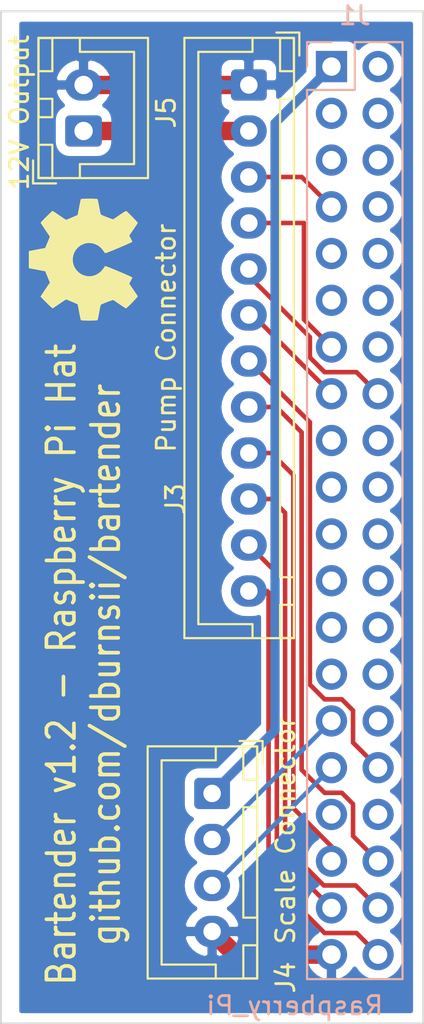
<source format=kicad_pcb>
(kicad_pcb (version 20171130) (host pcbnew 5.1.10)

  (general
    (thickness 1.6)
    (drawings 5)
    (tracks 59)
    (zones 0)
    (modules 5)
    (nets 42)
  )

  (page A4)
  (layers
    (0 F.Cu signal)
    (31 B.Cu signal)
    (32 B.Adhes user)
    (33 F.Adhes user)
    (34 B.Paste user)
    (35 F.Paste user)
    (36 B.SilkS user)
    (37 F.SilkS user)
    (38 B.Mask user)
    (39 F.Mask user)
    (40 Dwgs.User user)
    (41 Cmts.User user)
    (42 Eco1.User user)
    (43 Eco2.User user)
    (44 Edge.Cuts user)
    (45 Margin user)
    (46 B.CrtYd user)
    (47 F.CrtYd user)
    (48 B.Fab user)
    (49 F.Fab user)
  )

  (setup
    (last_trace_width 0.25)
    (user_trace_width 0.5)
    (user_trace_width 0.75)
    (user_trace_width 1)
    (trace_clearance 0.2)
    (zone_clearance 0.508)
    (zone_45_only no)
    (trace_min 0.2)
    (via_size 0.8)
    (via_drill 0.4)
    (via_min_size 0.4)
    (via_min_drill 0.3)
    (user_via 1 0.5)
    (user_via 1.5 0.75)
    (user_via 2 1)
    (uvia_size 0.3)
    (uvia_drill 0.1)
    (uvias_allowed no)
    (uvia_min_size 0.2)
    (uvia_min_drill 0.1)
    (edge_width 0.05)
    (segment_width 0.2)
    (pcb_text_width 0.3)
    (pcb_text_size 1.5 1.5)
    (mod_edge_width 0.12)
    (mod_text_size 1 1)
    (mod_text_width 0.15)
    (pad_size 1.524 1.524)
    (pad_drill 0.762)
    (pad_to_mask_clearance 0)
    (aux_axis_origin 0 0)
    (visible_elements FFFFFF7F)
    (pcbplotparams
      (layerselection 0x010fc_ffffffff)
      (usegerberextensions false)
      (usegerberattributes true)
      (usegerberadvancedattributes true)
      (creategerberjobfile true)
      (excludeedgelayer true)
      (linewidth 0.100000)
      (plotframeref false)
      (viasonmask false)
      (mode 1)
      (useauxorigin false)
      (hpglpennumber 1)
      (hpglpenspeed 20)
      (hpglpendiameter 15.000000)
      (psnegative false)
      (psa4output false)
      (plotreference true)
      (plotvalue true)
      (plotinvisibletext false)
      (padsonsilk false)
      (subtractmaskfromsilk false)
      (outputformat 1)
      (mirror false)
      (drillshape 1)
      (scaleselection 1)
      (outputdirectory ""))
  )

  (net 0 "")
  (net 1 GND)
  (net 2 /3v3)
  (net 3 /Pump7)
  (net 4 /Pump8)
  (net 5 /Pump10)
  (net 6 "Net-(J1-Pad12)")
  (net 7 "Net-(J1-Pad10)")
  (net 8 "Net-(J1-Pad8)")
  (net 9 /Pump9)
  (net 10 "Net-(J1-Pad5)")
  (net 11 "Net-(J1-Pad3)")
  (net 12 /12v)
  (net 13 /Pump6)
  (net 14 /Pump4)
  (net 15 /Pump3)
  (net 16 /Pump2)
  (net 17 /Pump1)
  (net 18 /DT)
  (net 19 "Net-(J1-Pad28)")
  (net 20 "Net-(J1-Pad27)")
  (net 21 /Pump5)
  (net 22 /Scale_SCK)
  (net 23 "Net-(J1-Pad34)")
  (net 24 "Net-(J1-Pad30)")
  (net 25 "Net-(J1-Pad25)")
  (net 26 "Net-(J1-Pad20)")
  (net 27 "Net-(J1-Pad17)")
  (net 28 "Net-(J1-Pad14)")
  (net 29 "Net-(J1-Pad9)")
  (net 30 "Net-(J1-Pad6)")
  (net 31 "Net-(J1-Pad33)")
  (net 32 "Net-(J1-Pad26)")
  (net 33 "Net-(J1-Pad24)")
  (net 34 "Net-(J1-Pad23)")
  (net 35 "Net-(J1-Pad22)")
  (net 36 "Net-(J1-Pad21)")
  (net 37 "Net-(J1-Pad19)")
  (net 38 "Net-(J1-Pad18)")
  (net 39 "Net-(J1-Pad11)")
  (net 40 "Net-(J1-Pad2)")
  (net 41 "Net-(J1-Pad4)")

  (net_class Default "This is the default net class."
    (clearance 0.2)
    (trace_width 0.25)
    (via_dia 0.8)
    (via_drill 0.4)
    (uvia_dia 0.3)
    (uvia_drill 0.1)
    (add_net /12v)
    (add_net /3v3)
    (add_net /DT)
    (add_net /Pump1)
    (add_net /Pump10)
    (add_net /Pump2)
    (add_net /Pump3)
    (add_net /Pump4)
    (add_net /Pump5)
    (add_net /Pump6)
    (add_net /Pump7)
    (add_net /Pump8)
    (add_net /Pump9)
    (add_net /Scale_SCK)
    (add_net GND)
    (add_net "Net-(J1-Pad10)")
    (add_net "Net-(J1-Pad11)")
    (add_net "Net-(J1-Pad12)")
    (add_net "Net-(J1-Pad14)")
    (add_net "Net-(J1-Pad17)")
    (add_net "Net-(J1-Pad18)")
    (add_net "Net-(J1-Pad19)")
    (add_net "Net-(J1-Pad2)")
    (add_net "Net-(J1-Pad20)")
    (add_net "Net-(J1-Pad21)")
    (add_net "Net-(J1-Pad22)")
    (add_net "Net-(J1-Pad23)")
    (add_net "Net-(J1-Pad24)")
    (add_net "Net-(J1-Pad25)")
    (add_net "Net-(J1-Pad26)")
    (add_net "Net-(J1-Pad27)")
    (add_net "Net-(J1-Pad28)")
    (add_net "Net-(J1-Pad3)")
    (add_net "Net-(J1-Pad30)")
    (add_net "Net-(J1-Pad33)")
    (add_net "Net-(J1-Pad34)")
    (add_net "Net-(J1-Pad4)")
    (add_net "Net-(J1-Pad5)")
    (add_net "Net-(J1-Pad6)")
    (add_net "Net-(J1-Pad8)")
    (add_net "Net-(J1-Pad9)")
  )

  (module Connector_PinSocket_2.54mm:PinSocket_2x20_P2.54mm_Vertical (layer B.Cu) (tedit 5A19A433) (tstamp 60B8736A)
    (at 90 73 180)
    (descr "Through hole straight socket strip, 2x20, 2.54mm pitch, double cols (from Kicad 4.0.7), script generated")
    (tags "Through hole socket strip THT 2x20 2.54mm double row")
    (path /60B0BE25)
    (fp_text reference J1 (at -1.27 2.77) (layer B.SilkS)
      (effects (font (size 1 1) (thickness 0.15)) (justify mirror))
    )
    (fp_text value Raspberry_Pi (at 2 -51.03) (layer B.SilkS)
      (effects (font (size 1 1) (thickness 0.15)) (justify mirror))
    )
    (fp_text user %R (at -1.27 -24.13 270) (layer B.Fab)
      (effects (font (size 1 1) (thickness 0.15)) (justify mirror))
    )
    (fp_line (start -3.81 1.27) (end 0.27 1.27) (layer B.Fab) (width 0.1))
    (fp_line (start 0.27 1.27) (end 1.27 0.27) (layer B.Fab) (width 0.1))
    (fp_line (start 1.27 0.27) (end 1.27 -49.53) (layer B.Fab) (width 0.1))
    (fp_line (start 1.27 -49.53) (end -3.81 -49.53) (layer B.Fab) (width 0.1))
    (fp_line (start -3.81 -49.53) (end -3.81 1.27) (layer B.Fab) (width 0.1))
    (fp_line (start -3.87 1.33) (end -1.27 1.33) (layer B.SilkS) (width 0.12))
    (fp_line (start -3.87 1.33) (end -3.87 -49.59) (layer B.SilkS) (width 0.12))
    (fp_line (start -3.87 -49.59) (end 1.33 -49.59) (layer B.SilkS) (width 0.12))
    (fp_line (start 1.33 -1.27) (end 1.33 -49.59) (layer B.SilkS) (width 0.12))
    (fp_line (start -1.27 -1.27) (end 1.33 -1.27) (layer B.SilkS) (width 0.12))
    (fp_line (start -1.27 1.33) (end -1.27 -1.27) (layer B.SilkS) (width 0.12))
    (fp_line (start 1.33 1.33) (end 1.33 0) (layer B.SilkS) (width 0.12))
    (fp_line (start 0 1.33) (end 1.33 1.33) (layer B.SilkS) (width 0.12))
    (fp_line (start -4.34 1.8) (end 1.76 1.8) (layer B.CrtYd) (width 0.05))
    (fp_line (start 1.76 1.8) (end 1.76 -50) (layer B.CrtYd) (width 0.05))
    (fp_line (start 1.76 -50) (end -4.34 -50) (layer B.CrtYd) (width 0.05))
    (fp_line (start -4.34 -50) (end -4.34 1.8) (layer B.CrtYd) (width 0.05))
    (pad 40 thru_hole oval (at -2.54 -48.26 180) (size 1.7 1.7) (drill 1) (layers *.Cu *.Mask)
      (net 17 /Pump1))
    (pad 39 thru_hole oval (at 0 -48.26 180) (size 1.7 1.7) (drill 1) (layers *.Cu *.Mask)
      (net 1 GND))
    (pad 38 thru_hole oval (at -2.54 -45.72 180) (size 1.7 1.7) (drill 1) (layers *.Cu *.Mask)
      (net 15 /Pump3))
    (pad 37 thru_hole oval (at 0 -45.72 180) (size 1.7 1.7) (drill 1) (layers *.Cu *.Mask)
      (net 16 /Pump2))
    (pad 36 thru_hole oval (at -2.54 -43.18 180) (size 1.7 1.7) (drill 1) (layers *.Cu *.Mask)
      (net 21 /Pump5))
    (pad 35 thru_hole oval (at 0 -43.18 180) (size 1.7 1.7) (drill 1) (layers *.Cu *.Mask)
      (net 14 /Pump4))
    (pad 34 thru_hole oval (at -2.54 -40.64 180) (size 1.7 1.7) (drill 1) (layers *.Cu *.Mask)
      (net 23 "Net-(J1-Pad34)"))
    (pad 33 thru_hole oval (at 0 -40.64 180) (size 1.7 1.7) (drill 1) (layers *.Cu *.Mask)
      (net 31 "Net-(J1-Pad33)"))
    (pad 32 thru_hole oval (at -2.54 -38.1 180) (size 1.7 1.7) (drill 1) (layers *.Cu *.Mask)
      (net 13 /Pump6))
    (pad 31 thru_hole oval (at 0 -38.1 180) (size 1.7 1.7) (drill 1) (layers *.Cu *.Mask)
      (net 22 /Scale_SCK))
    (pad 30 thru_hole oval (at -2.54 -35.56 180) (size 1.7 1.7) (drill 1) (layers *.Cu *.Mask)
      (net 24 "Net-(J1-Pad30)"))
    (pad 29 thru_hole oval (at 0 -35.56 180) (size 1.7 1.7) (drill 1) (layers *.Cu *.Mask)
      (net 18 /DT))
    (pad 28 thru_hole oval (at -2.54 -33.02 180) (size 1.7 1.7) (drill 1) (layers *.Cu *.Mask)
      (net 19 "Net-(J1-Pad28)"))
    (pad 27 thru_hole oval (at 0 -33.02 180) (size 1.7 1.7) (drill 1) (layers *.Cu *.Mask)
      (net 20 "Net-(J1-Pad27)"))
    (pad 26 thru_hole oval (at -2.54 -30.48 180) (size 1.7 1.7) (drill 1) (layers *.Cu *.Mask)
      (net 32 "Net-(J1-Pad26)"))
    (pad 25 thru_hole oval (at 0 -30.48 180) (size 1.7 1.7) (drill 1) (layers *.Cu *.Mask)
      (net 25 "Net-(J1-Pad25)"))
    (pad 24 thru_hole oval (at -2.54 -27.94 180) (size 1.7 1.7) (drill 1) (layers *.Cu *.Mask)
      (net 33 "Net-(J1-Pad24)"))
    (pad 23 thru_hole oval (at 0 -27.94 180) (size 1.7 1.7) (drill 1) (layers *.Cu *.Mask)
      (net 34 "Net-(J1-Pad23)"))
    (pad 22 thru_hole oval (at -2.54 -25.4 180) (size 1.7 1.7) (drill 1) (layers *.Cu *.Mask)
      (net 35 "Net-(J1-Pad22)"))
    (pad 21 thru_hole oval (at 0 -25.4 180) (size 1.7 1.7) (drill 1) (layers *.Cu *.Mask)
      (net 36 "Net-(J1-Pad21)"))
    (pad 20 thru_hole oval (at -2.54 -22.86 180) (size 1.7 1.7) (drill 1) (layers *.Cu *.Mask)
      (net 26 "Net-(J1-Pad20)"))
    (pad 19 thru_hole oval (at 0 -22.86 180) (size 1.7 1.7) (drill 1) (layers *.Cu *.Mask)
      (net 37 "Net-(J1-Pad19)"))
    (pad 18 thru_hole oval (at -2.54 -20.32 180) (size 1.7 1.7) (drill 1) (layers *.Cu *.Mask)
      (net 38 "Net-(J1-Pad18)"))
    (pad 17 thru_hole oval (at 0 -20.32 180) (size 1.7 1.7) (drill 1) (layers *.Cu *.Mask)
      (net 27 "Net-(J1-Pad17)"))
    (pad 16 thru_hole oval (at -2.54 -17.78 180) (size 1.7 1.7) (drill 1) (layers *.Cu *.Mask)
      (net 4 /Pump8))
    (pad 15 thru_hole oval (at 0 -17.78 180) (size 1.7 1.7) (drill 1) (layers *.Cu *.Mask)
      (net 3 /Pump7))
    (pad 14 thru_hole oval (at -2.54 -15.24 180) (size 1.7 1.7) (drill 1) (layers *.Cu *.Mask)
      (net 28 "Net-(J1-Pad14)"))
    (pad 13 thru_hole oval (at 0 -15.24 180) (size 1.7 1.7) (drill 1) (layers *.Cu *.Mask)
      (net 9 /Pump9))
    (pad 12 thru_hole oval (at -2.54 -12.7 180) (size 1.7 1.7) (drill 1) (layers *.Cu *.Mask)
      (net 6 "Net-(J1-Pad12)"))
    (pad 11 thru_hole oval (at 0 -12.7 180) (size 1.7 1.7) (drill 1) (layers *.Cu *.Mask)
      (net 39 "Net-(J1-Pad11)"))
    (pad 10 thru_hole oval (at -2.54 -10.16 180) (size 1.7 1.7) (drill 1) (layers *.Cu *.Mask)
      (net 7 "Net-(J1-Pad10)"))
    (pad 9 thru_hole oval (at 0 -10.16 180) (size 1.7 1.7) (drill 1) (layers *.Cu *.Mask)
      (net 29 "Net-(J1-Pad9)"))
    (pad 8 thru_hole oval (at -2.54 -7.62 180) (size 1.7 1.7) (drill 1) (layers *.Cu *.Mask)
      (net 8 "Net-(J1-Pad8)"))
    (pad 7 thru_hole oval (at 0 -7.62 180) (size 1.7 1.7) (drill 1) (layers *.Cu *.Mask)
      (net 5 /Pump10))
    (pad 6 thru_hole oval (at -2.54 -5.08 180) (size 1.7 1.7) (drill 1) (layers *.Cu *.Mask)
      (net 30 "Net-(J1-Pad6)"))
    (pad 5 thru_hole oval (at 0 -5.08 180) (size 1.7 1.7) (drill 1) (layers *.Cu *.Mask)
      (net 10 "Net-(J1-Pad5)"))
    (pad 4 thru_hole oval (at -2.54 -2.54 180) (size 1.7 1.7) (drill 1) (layers *.Cu *.Mask)
      (net 41 "Net-(J1-Pad4)"))
    (pad 3 thru_hole oval (at 0 -2.54 180) (size 1.7 1.7) (drill 1) (layers *.Cu *.Mask)
      (net 11 "Net-(J1-Pad3)"))
    (pad 2 thru_hole oval (at -2.54 0 180) (size 1.7 1.7) (drill 1) (layers *.Cu *.Mask)
      (net 40 "Net-(J1-Pad2)"))
    (pad 1 thru_hole rect (at 0 0 180) (size 1.7 1.7) (drill 1) (layers *.Cu *.Mask)
      (net 2 /3v3))
    (model ${KISYS3DMOD}/Connector_PinSocket_2.54mm.3dshapes/PinSocket_2x20_P2.54mm_Vertical.wrl
      (at (xyz 0 0 0))
      (scale (xyz 1 1 1))
      (rotate (xyz 0 0 0))
    )
  )

  (module Symbol:OSHW-Symbol_6.7x6mm_SilkScreen (layer F.Cu) (tedit 0) (tstamp 60EE95AF)
    (at 76.5 83.5 90)
    (descr "Open Source Hardware Symbol")
    (tags "Logo Symbol OSHW")
    (attr virtual)
    (fp_text reference REF** (at 0 0 90) (layer F.SilkS) hide
      (effects (font (size 1 1) (thickness 0.15)))
    )
    (fp_text value OSHW-Symbol_6.7x6mm_SilkScreen (at 0.75 0 90) (layer F.Fab) hide
      (effects (font (size 1 1) (thickness 0.15)))
    )
    (fp_poly (pts (xy 0.555814 -2.531069) (xy 0.639635 -2.086445) (xy 0.94892 -1.958947) (xy 1.258206 -1.831449)
      (xy 1.629246 -2.083754) (xy 1.733157 -2.154004) (xy 1.827087 -2.216728) (xy 1.906652 -2.269062)
      (xy 1.96747 -2.308143) (xy 2.005157 -2.331107) (xy 2.015421 -2.336058) (xy 2.03391 -2.323324)
      (xy 2.07342 -2.288118) (xy 2.129522 -2.234938) (xy 2.197787 -2.168282) (xy 2.273786 -2.092646)
      (xy 2.353092 -2.012528) (xy 2.431275 -1.932426) (xy 2.503907 -1.856836) (xy 2.566559 -1.790255)
      (xy 2.614803 -1.737182) (xy 2.64421 -1.702113) (xy 2.651241 -1.690377) (xy 2.641123 -1.66874)
      (xy 2.612759 -1.621338) (xy 2.569129 -1.552807) (xy 2.513218 -1.467785) (xy 2.448006 -1.370907)
      (xy 2.410219 -1.31565) (xy 2.341343 -1.214752) (xy 2.28014 -1.123701) (xy 2.229578 -1.04703)
      (xy 2.192628 -0.989272) (xy 2.172258 -0.954957) (xy 2.169197 -0.947746) (xy 2.176136 -0.927252)
      (xy 2.195051 -0.879487) (xy 2.223087 -0.811168) (xy 2.257391 -0.729011) (xy 2.295109 -0.63973)
      (xy 2.333387 -0.550042) (xy 2.36937 -0.466662) (xy 2.400206 -0.396306) (xy 2.423039 -0.34569)
      (xy 2.435017 -0.321529) (xy 2.435724 -0.320578) (xy 2.454531 -0.315964) (xy 2.504618 -0.305672)
      (xy 2.580793 -0.290713) (xy 2.677865 -0.272099) (xy 2.790643 -0.250841) (xy 2.856442 -0.238582)
      (xy 2.97695 -0.215638) (xy 3.085797 -0.193805) (xy 3.177476 -0.174278) (xy 3.246481 -0.158252)
      (xy 3.287304 -0.146921) (xy 3.295511 -0.143326) (xy 3.303548 -0.118994) (xy 3.310033 -0.064041)
      (xy 3.31497 0.015108) (xy 3.318364 0.112026) (xy 3.320218 0.220287) (xy 3.320538 0.333465)
      (xy 3.319327 0.445135) (xy 3.31659 0.548868) (xy 3.312331 0.638241) (xy 3.306555 0.706826)
      (xy 3.299267 0.748197) (xy 3.294895 0.75681) (xy 3.268764 0.767133) (xy 3.213393 0.781892)
      (xy 3.136107 0.799352) (xy 3.04423 0.81778) (xy 3.012158 0.823741) (xy 2.857524 0.852066)
      (xy 2.735375 0.874876) (xy 2.641673 0.89308) (xy 2.572384 0.907583) (xy 2.523471 0.919292)
      (xy 2.490897 0.929115) (xy 2.470628 0.937956) (xy 2.458626 0.946724) (xy 2.456947 0.948457)
      (xy 2.440184 0.976371) (xy 2.414614 1.030695) (xy 2.382788 1.104777) (xy 2.34726 1.191965)
      (xy 2.310583 1.285608) (xy 2.275311 1.379052) (xy 2.243996 1.465647) (xy 2.219193 1.53874)
      (xy 2.203454 1.591678) (xy 2.199332 1.617811) (xy 2.199676 1.618726) (xy 2.213641 1.640086)
      (xy 2.245322 1.687084) (xy 2.291391 1.754827) (xy 2.348518 1.838423) (xy 2.413373 1.932982)
      (xy 2.431843 1.959854) (xy 2.497699 2.057275) (xy 2.55565 2.146163) (xy 2.602538 2.221412)
      (xy 2.635207 2.27792) (xy 2.6505 2.310581) (xy 2.651241 2.314593) (xy 2.638392 2.335684)
      (xy 2.602888 2.377464) (xy 2.549293 2.435445) (xy 2.482171 2.505135) (xy 2.406087 2.582045)
      (xy 2.325604 2.661683) (xy 2.245287 2.739561) (xy 2.169699 2.811186) (xy 2.103405 2.87207)
      (xy 2.050969 2.917721) (xy 2.016955 2.94365) (xy 2.007545 2.947883) (xy 1.985643 2.937912)
      (xy 1.9408 2.91102) (xy 1.880321 2.871736) (xy 1.833789 2.840117) (xy 1.749475 2.782098)
      (xy 1.649626 2.713784) (xy 1.549473 2.645579) (xy 1.495627 2.609075) (xy 1.313371 2.4858)
      (xy 1.160381 2.56852) (xy 1.090682 2.604759) (xy 1.031414 2.632926) (xy 0.991311 2.648991)
      (xy 0.981103 2.651226) (xy 0.968829 2.634722) (xy 0.944613 2.588082) (xy 0.910263 2.515609)
      (xy 0.867588 2.421606) (xy 0.818394 2.310374) (xy 0.76449 2.186215) (xy 0.707684 2.053432)
      (xy 0.649782 1.916327) (xy 0.592593 1.779202) (xy 0.537924 1.646358) (xy 0.487584 1.522098)
      (xy 0.44338 1.410725) (xy 0.407119 1.316539) (xy 0.380609 1.243844) (xy 0.365658 1.196941)
      (xy 0.363254 1.180833) (xy 0.382311 1.160286) (xy 0.424036 1.126933) (xy 0.479706 1.087702)
      (xy 0.484378 1.084599) (xy 0.628264 0.969423) (xy 0.744283 0.835053) (xy 0.83143 0.685784)
      (xy 0.888699 0.525913) (xy 0.915086 0.359737) (xy 0.909585 0.191552) (xy 0.87119 0.025655)
      (xy 0.798895 -0.133658) (xy 0.777626 -0.168513) (xy 0.666996 -0.309263) (xy 0.536302 -0.422286)
      (xy 0.390064 -0.506997) (xy 0.232808 -0.562806) (xy 0.069057 -0.589126) (xy -0.096667 -0.58537)
      (xy -0.259838 -0.55095) (xy -0.415935 -0.485277) (xy -0.560433 -0.387765) (xy -0.605131 -0.348187)
      (xy -0.718888 -0.224297) (xy -0.801782 -0.093876) (xy -0.858644 0.052315) (xy -0.890313 0.197088)
      (xy -0.898131 0.35986) (xy -0.872062 0.52344) (xy -0.814755 0.682298) (xy -0.728856 0.830906)
      (xy -0.617014 0.963735) (xy -0.481877 1.075256) (xy -0.464117 1.087011) (xy -0.40785 1.125508)
      (xy -0.365077 1.158863) (xy -0.344628 1.18016) (xy -0.344331 1.180833) (xy -0.348721 1.203871)
      (xy -0.366124 1.256157) (xy -0.394732 1.33339) (xy -0.432735 1.431268) (xy -0.478326 1.545491)
      (xy -0.529697 1.671758) (xy -0.585038 1.805767) (xy -0.642542 1.943218) (xy -0.700399 2.079808)
      (xy -0.756802 2.211237) (xy -0.809942 2.333205) (xy -0.85801 2.441409) (xy -0.899199 2.531549)
      (xy -0.931699 2.599323) (xy -0.953703 2.64043) (xy -0.962564 2.651226) (xy -0.98964 2.642819)
      (xy -1.040303 2.620272) (xy -1.105817 2.587613) (xy -1.141841 2.56852) (xy -1.294832 2.4858)
      (xy -1.477088 2.609075) (xy -1.570125 2.672228) (xy -1.671985 2.741727) (xy -1.767438 2.807165)
      (xy -1.81525 2.840117) (xy -1.882495 2.885273) (xy -1.939436 2.921057) (xy -1.978646 2.942938)
      (xy -1.991381 2.947563) (xy -2.009917 2.935085) (xy -2.050941 2.900252) (xy -2.110475 2.846678)
      (xy -2.184542 2.777983) (xy -2.269165 2.697781) (xy -2.322685 2.646286) (xy -2.416319 2.554286)
      (xy -2.497241 2.471999) (xy -2.562177 2.402945) (xy -2.607858 2.350644) (xy -2.631011 2.318616)
      (xy -2.633232 2.312116) (xy -2.622924 2.287394) (xy -2.594439 2.237405) (xy -2.550937 2.167212)
      (xy -2.495577 2.081875) (xy -2.43152 1.986456) (xy -2.413303 1.959854) (xy -2.346927 1.863167)
      (xy -2.287378 1.776117) (xy -2.237984 1.703595) (xy -2.202075 1.650493) (xy -2.182981 1.621703)
      (xy -2.181136 1.618726) (xy -2.183895 1.595782) (xy -2.198538 1.545336) (xy -2.222513 1.474041)
      (xy -2.253266 1.388547) (xy -2.288244 1.295507) (xy -2.324893 1.201574) (xy -2.360661 1.113399)
      (xy -2.392994 1.037634) (xy -2.419338 0.980931) (xy -2.437142 0.949943) (xy -2.438407 0.948457)
      (xy -2.449294 0.939601) (xy -2.467682 0.930843) (xy -2.497606 0.921277) (xy -2.543103 0.909996)
      (xy -2.608209 0.896093) (xy -2.696961 0.878663) (xy -2.813393 0.856798) (xy -2.961542 0.829591)
      (xy -2.993618 0.823741) (xy -3.088686 0.805374) (xy -3.171565 0.787405) (xy -3.23493 0.771569)
      (xy -3.271458 0.7596) (xy -3.276356 0.75681) (xy -3.284427 0.732072) (xy -3.290987 0.67679)
      (xy -3.296033 0.597389) (xy -3.299559 0.500296) (xy -3.301561 0.391938) (xy -3.302036 0.27874)
      (xy -3.300977 0.167128) (xy -3.298382 0.063529) (xy -3.294246 -0.025632) (xy -3.288563 -0.093928)
      (xy -3.281331 -0.134934) (xy -3.276971 -0.143326) (xy -3.252698 -0.151792) (xy -3.197426 -0.165565)
      (xy -3.116662 -0.18345) (xy -3.015912 -0.204252) (xy -2.900683 -0.226777) (xy -2.837902 -0.238582)
      (xy -2.718787 -0.260849) (xy -2.612565 -0.281021) (xy -2.524427 -0.298085) (xy -2.459566 -0.311031)
      (xy -2.423174 -0.318845) (xy -2.417184 -0.320578) (xy -2.407061 -0.34011) (xy -2.385662 -0.387157)
      (xy -2.355839 -0.454997) (xy -2.320445 -0.536909) (xy -2.282332 -0.626172) (xy -2.244353 -0.716065)
      (xy -2.20936 -0.799865) (xy -2.180206 -0.870853) (xy -2.159743 -0.922306) (xy -2.150823 -0.947503)
      (xy -2.150657 -0.948604) (xy -2.160769 -0.968481) (xy -2.189117 -1.014223) (xy -2.232723 -1.081283)
      (xy -2.288606 -1.165116) (xy -2.353787 -1.261174) (xy -2.391679 -1.31635) (xy -2.460725 -1.417519)
      (xy -2.52205 -1.50937) (xy -2.572663 -1.587256) (xy -2.609571 -1.646531) (xy -2.629782 -1.682549)
      (xy -2.632701 -1.690623) (xy -2.620153 -1.709416) (xy -2.585463 -1.749543) (xy -2.533063 -1.806507)
      (xy -2.467384 -1.875815) (xy -2.392856 -1.952969) (xy -2.313913 -2.033475) (xy -2.234983 -2.112837)
      (xy -2.1605 -2.18656) (xy -2.094894 -2.250148) (xy -2.042596 -2.299106) (xy -2.008039 -2.328939)
      (xy -1.996478 -2.336058) (xy -1.977654 -2.326047) (xy -1.932631 -2.297922) (xy -1.865787 -2.254546)
      (xy -1.781499 -2.198782) (xy -1.684144 -2.133494) (xy -1.610707 -2.083754) (xy -1.239667 -1.831449)
      (xy -0.621095 -2.086445) (xy -0.537275 -2.531069) (xy -0.453454 -2.975693) (xy 0.471994 -2.975693)
      (xy 0.555814 -2.531069)) (layer F.SilkS) (width 0.01))
  )

  (module Connector_JST:JST_XH_B2B-XH-A_1x02_P2.50mm_Vertical (layer F.Cu) (tedit 5C28146C) (tstamp 60B88201)
    (at 76.5 76.5 90)
    (descr "JST XH series connector, B2B-XH-A (http://www.jst-mfg.com/product/pdf/eng/eXH.pdf), generated with kicad-footprint-generator")
    (tags "connector JST XH vertical")
    (path /60C169B2)
    (fp_text reference J5 (at 1 4.5 90) (layer F.SilkS)
      (effects (font (size 1 1) (thickness 0.15)))
    )
    (fp_text value "12V Output" (at 1 -3.5 90) (layer F.SilkS)
      (effects (font (size 1 1) (thickness 0.15)))
    )
    (fp_line (start -2.85 -2.75) (end -2.85 -1.5) (layer F.SilkS) (width 0.12))
    (fp_line (start -1.6 -2.75) (end -2.85 -2.75) (layer F.SilkS) (width 0.12))
    (fp_line (start 4.3 2.75) (end 1.25 2.75) (layer F.SilkS) (width 0.12))
    (fp_line (start 4.3 -0.2) (end 4.3 2.75) (layer F.SilkS) (width 0.12))
    (fp_line (start 5.05 -0.2) (end 4.3 -0.2) (layer F.SilkS) (width 0.12))
    (fp_line (start -1.8 2.75) (end 1.25 2.75) (layer F.SilkS) (width 0.12))
    (fp_line (start -1.8 -0.2) (end -1.8 2.75) (layer F.SilkS) (width 0.12))
    (fp_line (start -2.55 -0.2) (end -1.8 -0.2) (layer F.SilkS) (width 0.12))
    (fp_line (start 5.05 -2.45) (end 3.25 -2.45) (layer F.SilkS) (width 0.12))
    (fp_line (start 5.05 -1.7) (end 5.05 -2.45) (layer F.SilkS) (width 0.12))
    (fp_line (start 3.25 -1.7) (end 5.05 -1.7) (layer F.SilkS) (width 0.12))
    (fp_line (start 3.25 -2.45) (end 3.25 -1.7) (layer F.SilkS) (width 0.12))
    (fp_line (start -0.75 -2.45) (end -2.55 -2.45) (layer F.SilkS) (width 0.12))
    (fp_line (start -0.75 -1.7) (end -0.75 -2.45) (layer F.SilkS) (width 0.12))
    (fp_line (start -2.55 -1.7) (end -0.75 -1.7) (layer F.SilkS) (width 0.12))
    (fp_line (start -2.55 -2.45) (end -2.55 -1.7) (layer F.SilkS) (width 0.12))
    (fp_line (start 1.75 -2.45) (end 0.75 -2.45) (layer F.SilkS) (width 0.12))
    (fp_line (start 1.75 -1.7) (end 1.75 -2.45) (layer F.SilkS) (width 0.12))
    (fp_line (start 0.75 -1.7) (end 1.75 -1.7) (layer F.SilkS) (width 0.12))
    (fp_line (start 0.75 -2.45) (end 0.75 -1.7) (layer F.SilkS) (width 0.12))
    (fp_line (start 0 -1.35) (end 0.625 -2.35) (layer F.Fab) (width 0.1))
    (fp_line (start -0.625 -2.35) (end 0 -1.35) (layer F.Fab) (width 0.1))
    (fp_line (start 5.45 -2.85) (end -2.95 -2.85) (layer F.CrtYd) (width 0.05))
    (fp_line (start 5.45 3.9) (end 5.45 -2.85) (layer F.CrtYd) (width 0.05))
    (fp_line (start -2.95 3.9) (end 5.45 3.9) (layer F.CrtYd) (width 0.05))
    (fp_line (start -2.95 -2.85) (end -2.95 3.9) (layer F.CrtYd) (width 0.05))
    (fp_line (start 5.06 -2.46) (end -2.56 -2.46) (layer F.SilkS) (width 0.12))
    (fp_line (start 5.06 3.51) (end 5.06 -2.46) (layer F.SilkS) (width 0.12))
    (fp_line (start -2.56 3.51) (end 5.06 3.51) (layer F.SilkS) (width 0.12))
    (fp_line (start -2.56 -2.46) (end -2.56 3.51) (layer F.SilkS) (width 0.12))
    (fp_line (start 4.95 -2.35) (end -2.45 -2.35) (layer F.Fab) (width 0.1))
    (fp_line (start 4.95 3.4) (end 4.95 -2.35) (layer F.Fab) (width 0.1))
    (fp_line (start -2.45 3.4) (end 4.95 3.4) (layer F.Fab) (width 0.1))
    (fp_line (start -2.45 -2.35) (end -2.45 3.4) (layer F.Fab) (width 0.1))
    (fp_text user %R (at 1.25 2.7 90) (layer F.Fab)
      (effects (font (size 1 1) (thickness 0.15)))
    )
    (pad 2 thru_hole oval (at 2.5 0 90) (size 1.7 2) (drill 1) (layers *.Cu *.Mask)
      (net 1 GND))
    (pad 1 thru_hole roundrect (at 0 0 90) (size 1.7 2) (drill 1) (layers *.Cu *.Mask) (roundrect_rratio 0.147059)
      (net 12 /12v))
    (model ${KISYS3DMOD}/Connector_JST.3dshapes/JST_XH_B2B-XH-A_1x02_P2.50mm_Vertical.wrl
      (at (xyz 0 0 0))
      (scale (xyz 1 1 1))
      (rotate (xyz 0 0 0))
    )
  )

  (module Connector_JST:JST_XH_B4B-XH-A_1x04_P2.50mm_Vertical (layer F.Cu) (tedit 5C28146C) (tstamp 60B873FB)
    (at 83.5 112.5 270)
    (descr "JST XH series connector, B4B-XH-A (http://www.jst-mfg.com/product/pdf/eng/eXH.pdf), generated with kicad-footprint-generator")
    (tags "connector JST XH vertical")
    (path /60B185D5)
    (fp_text reference J4 (at 10 -4 90) (layer F.SilkS)
      (effects (font (size 1 1) (thickness 0.15)))
    )
    (fp_text value "Scale Connector" (at 2 -4 90) (layer F.SilkS)
      (effects (font (size 1 1) (thickness 0.15)))
    )
    (fp_line (start -2.85 -2.75) (end -2.85 -1.5) (layer F.SilkS) (width 0.12))
    (fp_line (start -1.6 -2.75) (end -2.85 -2.75) (layer F.SilkS) (width 0.12))
    (fp_line (start 9.3 2.75) (end 3.75 2.75) (layer F.SilkS) (width 0.12))
    (fp_line (start 9.3 -0.2) (end 9.3 2.75) (layer F.SilkS) (width 0.12))
    (fp_line (start 10.05 -0.2) (end 9.3 -0.2) (layer F.SilkS) (width 0.12))
    (fp_line (start -1.8 2.75) (end 3.75 2.75) (layer F.SilkS) (width 0.12))
    (fp_line (start -1.8 -0.2) (end -1.8 2.75) (layer F.SilkS) (width 0.12))
    (fp_line (start -2.55 -0.2) (end -1.8 -0.2) (layer F.SilkS) (width 0.12))
    (fp_line (start 10.05 -2.45) (end 8.25 -2.45) (layer F.SilkS) (width 0.12))
    (fp_line (start 10.05 -1.7) (end 10.05 -2.45) (layer F.SilkS) (width 0.12))
    (fp_line (start 8.25 -1.7) (end 10.05 -1.7) (layer F.SilkS) (width 0.12))
    (fp_line (start 8.25 -2.45) (end 8.25 -1.7) (layer F.SilkS) (width 0.12))
    (fp_line (start -0.75 -2.45) (end -2.55 -2.45) (layer F.SilkS) (width 0.12))
    (fp_line (start -0.75 -1.7) (end -0.75 -2.45) (layer F.SilkS) (width 0.12))
    (fp_line (start -2.55 -1.7) (end -0.75 -1.7) (layer F.SilkS) (width 0.12))
    (fp_line (start -2.55 -2.45) (end -2.55 -1.7) (layer F.SilkS) (width 0.12))
    (fp_line (start 6.75 -2.45) (end 0.75 -2.45) (layer F.SilkS) (width 0.12))
    (fp_line (start 6.75 -1.7) (end 6.75 -2.45) (layer F.SilkS) (width 0.12))
    (fp_line (start 0.75 -1.7) (end 6.75 -1.7) (layer F.SilkS) (width 0.12))
    (fp_line (start 0.75 -2.45) (end 0.75 -1.7) (layer F.SilkS) (width 0.12))
    (fp_line (start 0 -1.35) (end 0.625 -2.35) (layer F.Fab) (width 0.1))
    (fp_line (start -0.625 -2.35) (end 0 -1.35) (layer F.Fab) (width 0.1))
    (fp_line (start 10.45 -2.85) (end -2.95 -2.85) (layer F.CrtYd) (width 0.05))
    (fp_line (start 10.45 3.9) (end 10.45 -2.85) (layer F.CrtYd) (width 0.05))
    (fp_line (start -2.95 3.9) (end 10.45 3.9) (layer F.CrtYd) (width 0.05))
    (fp_line (start -2.95 -2.85) (end -2.95 3.9) (layer F.CrtYd) (width 0.05))
    (fp_line (start 10.06 -2.46) (end -2.56 -2.46) (layer F.SilkS) (width 0.12))
    (fp_line (start 10.06 3.51) (end 10.06 -2.46) (layer F.SilkS) (width 0.12))
    (fp_line (start -2.56 3.51) (end 10.06 3.51) (layer F.SilkS) (width 0.12))
    (fp_line (start -2.56 -2.46) (end -2.56 3.51) (layer F.SilkS) (width 0.12))
    (fp_line (start 9.95 -2.35) (end -2.45 -2.35) (layer F.Fab) (width 0.1))
    (fp_line (start 9.95 3.4) (end 9.95 -2.35) (layer F.Fab) (width 0.1))
    (fp_line (start -2.45 3.4) (end 9.95 3.4) (layer F.Fab) (width 0.1))
    (fp_line (start -2.45 -2.35) (end -2.45 3.4) (layer F.Fab) (width 0.1))
    (fp_text user %R (at 3.75 2.7 90) (layer F.Fab)
      (effects (font (size 1 1) (thickness 0.15)))
    )
    (pad 4 thru_hole oval (at 7.5 0 270) (size 1.7 1.95) (drill 0.95) (layers *.Cu *.Mask)
      (net 1 GND))
    (pad 3 thru_hole oval (at 5 0 270) (size 1.7 1.95) (drill 0.95) (layers *.Cu *.Mask)
      (net 22 /Scale_SCK))
    (pad 2 thru_hole oval (at 2.5 0 270) (size 1.7 1.95) (drill 0.95) (layers *.Cu *.Mask)
      (net 18 /DT))
    (pad 1 thru_hole roundrect (at 0 0 270) (size 1.7 1.95) (drill 0.95) (layers *.Cu *.Mask) (roundrect_rratio 0.147059)
      (net 2 /3v3))
    (model ${KISYS3DMOD}/Connector_JST.3dshapes/JST_XH_B4B-XH-A_1x04_P2.50mm_Vertical.wrl
      (at (xyz 0 0 0))
      (scale (xyz 1 1 1))
      (rotate (xyz 0 0 0))
    )
  )

  (module Connector_JST:JST_XH_B12B-XH-A_1x12_P2.50mm_Vertical (layer F.Cu) (tedit 5B7754C5) (tstamp 60B873D0)
    (at 85.5 74 270)
    (descr "JST XH series connector, B12B-XH-A (http://www.jst-mfg.com/product/pdf/eng/eXH.pdf), generated with kicad-footprint-generator")
    (tags "connector JST XH side entry")
    (path /60B19650)
    (fp_text reference J3 (at 22.5 4 90) (layer F.SilkS)
      (effects (font (size 1 1) (thickness 0.15)))
    )
    (fp_text value "Pump Connector" (at 13.75 4.5 90) (layer F.SilkS)
      (effects (font (size 1 1) (thickness 0.15)))
    )
    (fp_line (start -2.85 -2.75) (end -2.85 -1.5) (layer F.SilkS) (width 0.12))
    (fp_line (start -1.6 -2.75) (end -2.85 -2.75) (layer F.SilkS) (width 0.12))
    (fp_line (start 29.3 2.75) (end 13.75 2.75) (layer F.SilkS) (width 0.12))
    (fp_line (start 29.3 -0.2) (end 29.3 2.75) (layer F.SilkS) (width 0.12))
    (fp_line (start 30.05 -0.2) (end 29.3 -0.2) (layer F.SilkS) (width 0.12))
    (fp_line (start -1.8 2.75) (end 13.75 2.75) (layer F.SilkS) (width 0.12))
    (fp_line (start -1.8 -0.2) (end -1.8 2.75) (layer F.SilkS) (width 0.12))
    (fp_line (start -2.55 -0.2) (end -1.8 -0.2) (layer F.SilkS) (width 0.12))
    (fp_line (start 30.05 -2.45) (end 28.25 -2.45) (layer F.SilkS) (width 0.12))
    (fp_line (start 30.05 -1.7) (end 30.05 -2.45) (layer F.SilkS) (width 0.12))
    (fp_line (start 28.25 -1.7) (end 30.05 -1.7) (layer F.SilkS) (width 0.12))
    (fp_line (start 28.25 -2.45) (end 28.25 -1.7) (layer F.SilkS) (width 0.12))
    (fp_line (start -0.75 -2.45) (end -2.55 -2.45) (layer F.SilkS) (width 0.12))
    (fp_line (start -0.75 -1.7) (end -0.75 -2.45) (layer F.SilkS) (width 0.12))
    (fp_line (start -2.55 -1.7) (end -0.75 -1.7) (layer F.SilkS) (width 0.12))
    (fp_line (start -2.55 -2.45) (end -2.55 -1.7) (layer F.SilkS) (width 0.12))
    (fp_line (start 26.75 -2.45) (end 0.75 -2.45) (layer F.SilkS) (width 0.12))
    (fp_line (start 26.75 -1.7) (end 26.75 -2.45) (layer F.SilkS) (width 0.12))
    (fp_line (start 0.75 -1.7) (end 26.75 -1.7) (layer F.SilkS) (width 0.12))
    (fp_line (start 0.75 -2.45) (end 0.75 -1.7) (layer F.SilkS) (width 0.12))
    (fp_line (start 0 -1.35) (end 0.625 -2.35) (layer F.Fab) (width 0.1))
    (fp_line (start -0.625 -2.35) (end 0 -1.35) (layer F.Fab) (width 0.1))
    (fp_line (start 30.45 -2.85) (end -2.95 -2.85) (layer F.CrtYd) (width 0.05))
    (fp_line (start 30.45 3.9) (end 30.45 -2.85) (layer F.CrtYd) (width 0.05))
    (fp_line (start -2.95 3.9) (end 30.45 3.9) (layer F.CrtYd) (width 0.05))
    (fp_line (start -2.95 -2.85) (end -2.95 3.9) (layer F.CrtYd) (width 0.05))
    (fp_line (start 30.06 -2.46) (end -2.56 -2.46) (layer F.SilkS) (width 0.12))
    (fp_line (start 30.06 3.51) (end 30.06 -2.46) (layer F.SilkS) (width 0.12))
    (fp_line (start -2.56 3.51) (end 30.06 3.51) (layer F.SilkS) (width 0.12))
    (fp_line (start -2.56 -2.46) (end -2.56 3.51) (layer F.SilkS) (width 0.12))
    (fp_line (start 29.95 -2.35) (end -2.45 -2.35) (layer F.Fab) (width 0.1))
    (fp_line (start 29.95 3.4) (end 29.95 -2.35) (layer F.Fab) (width 0.1))
    (fp_line (start -2.45 3.4) (end 29.95 3.4) (layer F.Fab) (width 0.1))
    (fp_line (start -2.45 -2.35) (end -2.45 3.4) (layer F.Fab) (width 0.1))
    (fp_text user %R (at 13.75 2.7 90) (layer F.Fab)
      (effects (font (size 1 1) (thickness 0.15)))
    )
    (pad 12 thru_hole oval (at 27.5 0 270) (size 1.7 1.95) (drill 0.95) (layers *.Cu *.Mask)
      (net 17 /Pump1))
    (pad 11 thru_hole oval (at 25 0 270) (size 1.7 1.95) (drill 0.95) (layers *.Cu *.Mask)
      (net 16 /Pump2))
    (pad 10 thru_hole oval (at 22.5 0 270) (size 1.7 1.95) (drill 0.95) (layers *.Cu *.Mask)
      (net 15 /Pump3))
    (pad 9 thru_hole oval (at 20 0 270) (size 1.7 1.95) (drill 0.95) (layers *.Cu *.Mask)
      (net 14 /Pump4))
    (pad 8 thru_hole oval (at 17.5 0 270) (size 1.7 1.95) (drill 0.95) (layers *.Cu *.Mask)
      (net 21 /Pump5))
    (pad 7 thru_hole oval (at 15 0 270) (size 1.7 1.95) (drill 0.95) (layers *.Cu *.Mask)
      (net 13 /Pump6))
    (pad 6 thru_hole oval (at 12.5 0 270) (size 1.7 1.95) (drill 0.95) (layers *.Cu *.Mask)
      (net 3 /Pump7))
    (pad 5 thru_hole oval (at 10 0 270) (size 1.7 1.95) (drill 0.95) (layers *.Cu *.Mask)
      (net 4 /Pump8))
    (pad 4 thru_hole oval (at 7.5 0 270) (size 1.7 1.95) (drill 0.95) (layers *.Cu *.Mask)
      (net 9 /Pump9))
    (pad 3 thru_hole oval (at 5 0 270) (size 1.7 1.95) (drill 0.95) (layers *.Cu *.Mask)
      (net 5 /Pump10))
    (pad 2 thru_hole oval (at 2.5 0 270) (size 1.7 1.95) (drill 0.95) (layers *.Cu *.Mask)
      (net 12 /12v))
    (pad 1 thru_hole roundrect (at 0 0 270) (size 1.7 1.95) (drill 0.95) (layers *.Cu *.Mask) (roundrect_rratio 0.147059)
      (net 1 GND))
    (model ${KISYS3DMOD}/Connector_JST.3dshapes/JST_XH_B12B-XH-A_1x12_P2.50mm_Vertical.wrl
      (at (xyz 0 0 0))
      (scale (xyz 1 1 1))
      (rotate (xyz 0 0 0))
    )
  )

  (gr_text "Bartender v1.2 - Raspberry Pi Hat\ngithub.com/dburnsii/bartender" (at 76.5 105.5 90) (layer F.SilkS)
    (effects (font (size 1.5 1.3) (thickness 0.2)))
  )
  (gr_line (start 95 70) (end 95 125) (layer Edge.Cuts) (width 0.1))
  (gr_line (start 72 70) (end 95 70) (layer Edge.Cuts) (width 0.1))
  (gr_line (start 72 125) (end 72 70) (layer Edge.Cuts) (width 0.1))
  (gr_line (start 95 125) (end 72 125) (layer Edge.Cuts) (width 0.1))

  (segment (start 76.5 74) (end 85.5 74) (width 1) (layer F.Cu) (net 1))
  (segment (start 84.76 121.26) (end 90 121.26) (width 1) (layer F.Cu) (net 1))
  (segment (start 83.5 120) (end 84.76 121.26) (width 1) (layer F.Cu) (net 1))
  (segment (start 86.92501 76.07499) (end 90 73) (width 0.5) (layer B.Cu) (net 2))
  (segment (start 86.92501 109.07499) (end 86.92501 76.07499) (width 0.5) (layer B.Cu) (net 2))
  (segment (start 83.5 112.5) (end 86.92501 109.07499) (width 0.5) (layer B.Cu) (net 2))
  (segment (start 85.72 86.5) (end 90 90.78) (width 0.25) (layer F.Cu) (net 3))
  (segment (start 85.5 86.5) (end 85.72 86.5) (width 0.25) (layer F.Cu) (net 3))
  (segment (start 89.625997 89.604999) (end 91.364999 89.604999) (width 0.25) (layer F.Cu) (net 4))
  (segment (start 91.364999 89.604999) (end 92.54 90.78) (width 0.25) (layer F.Cu) (net 4))
  (segment (start 88.824999 88.804001) (end 89.625997 89.604999) (width 0.25) (layer F.Cu) (net 4))
  (segment (start 88.824999 87.701409) (end 88.824999 88.804001) (width 0.25) (layer F.Cu) (net 4))
  (segment (start 85.5 84.37641) (end 88.824999 87.701409) (width 0.25) (layer F.Cu) (net 4))
  (segment (start 85.5 84) (end 85.5 84.37641) (width 0.25) (layer F.Cu) (net 4))
  (segment (start 88.38 79) (end 90 80.62) (width 0.25) (layer F.Cu) (net 5))
  (segment (start 85.5 79) (end 88.38 79) (width 0.25) (layer F.Cu) (net 5))
  (segment (start 85.5 81.5) (end 88.5 81.5) (width 0.25) (layer F.Cu) (net 9))
  (segment (start 88.5 86.74) (end 90 88.24) (width 0.25) (layer F.Cu) (net 9))
  (segment (start 88.5 81.5) (end 88.5 86.74) (width 0.25) (layer F.Cu) (net 9))
  (segment (start 76.5 76.5) (end 85.5 76.5) (width 1) (layer F.Cu) (net 12))
  (segment (start 85.5 89) (end 88.824999 92.324999) (width 0.25) (layer F.Cu) (net 13))
  (segment (start 90.564001 107.384999) (end 91.175001 107.995999) (width 0.25) (layer F.Cu) (net 13))
  (segment (start 91.175001 109.735001) (end 92.54 111.1) (width 0.25) (layer F.Cu) (net 13))
  (segment (start 89.625997 107.384999) (end 90.564001 107.384999) (width 0.25) (layer F.Cu) (net 13))
  (segment (start 88.824999 106.584001) (end 89.625997 107.384999) (width 0.25) (layer F.Cu) (net 13))
  (segment (start 91.175001 107.995999) (end 91.175001 109.735001) (width 0.25) (layer F.Cu) (net 13))
  (segment (start 88.824999 92.324999) (end 88.824999 106.584001) (width 0.25) (layer F.Cu) (net 13))
  (segment (start 86.725 94) (end 87.924979 95.199979) (width 0.25) (layer F.Cu) (net 14))
  (segment (start 85.5 94) (end 86.725 94) (width 0.25) (layer F.Cu) (net 14))
  (segment (start 87.924979 113.303981) (end 90 115.379002) (width 0.25) (layer F.Cu) (net 14))
  (segment (start 90 115.379002) (end 90 116.18) (width 0.25) (layer F.Cu) (net 14))
  (segment (start 87.924979 95.199979) (end 87.924979 113.303981) (width 0.25) (layer F.Cu) (net 14))
  (segment (start 86.725 96.5) (end 87.474969 97.249969) (width 0.25) (layer F.Cu) (net 15))
  (segment (start 85.5 96.5) (end 86.725 96.5) (width 0.25) (layer F.Cu) (net 15))
  (segment (start 91.32 117.5) (end 92.54 118.72) (width 0.25) (layer F.Cu) (net 15))
  (segment (start 89.580998 117.5) (end 91.32 117.5) (width 0.25) (layer F.Cu) (net 15))
  (segment (start 87.474969 115.393971) (end 89.580998 117.5) (width 0.25) (layer F.Cu) (net 15))
  (segment (start 87.474969 97.249969) (end 87.474969 115.393971) (width 0.25) (layer F.Cu) (net 15))
  (segment (start 87.024959 115.744959) (end 90 118.72) (width 0.25) (layer F.Cu) (net 16))
  (segment (start 87.024959 100.524959) (end 87.024959 115.744959) (width 0.25) (layer F.Cu) (net 16))
  (segment (start 85.5 99) (end 87.024959 100.524959) (width 0.25) (layer F.Cu) (net 16))
  (segment (start 91.364999 120.084999) (end 92.54 121.26) (width 0.25) (layer F.Cu) (net 17))
  (segment (start 89.625997 120.084999) (end 91.364999 120.084999) (width 0.25) (layer F.Cu) (net 17))
  (segment (start 86.574949 117.033951) (end 89.625997 120.084999) (width 0.25) (layer F.Cu) (net 17))
  (segment (start 86.574949 101.574949) (end 86.574949 117.033951) (width 0.25) (layer F.Cu) (net 17))
  (segment (start 86.5 101.5) (end 86.574949 101.574949) (width 0.25) (layer F.Cu) (net 17))
  (segment (start 85.5 101.5) (end 86.5 101.5) (width 0.25) (layer F.Cu) (net 17))
  (segment (start 83.56 115) (end 90 108.56) (width 0.25) (layer B.Cu) (net 18))
  (segment (start 83.5 115) (end 83.56 115) (width 0.25) (layer B.Cu) (net 18))
  (segment (start 91.175001 114.815001) (end 92.54 116.18) (width 0.25) (layer F.Cu) (net 21))
  (segment (start 91.175001 113.075999) (end 91.175001 114.815001) (width 0.25) (layer F.Cu) (net 21))
  (segment (start 90.564001 112.464999) (end 91.175001 113.075999) (width 0.25) (layer F.Cu) (net 21))
  (segment (start 89.625997 112.464999) (end 90.564001 112.464999) (width 0.25) (layer F.Cu) (net 21))
  (segment (start 88.374989 92.874989) (end 88.374989 111.213991) (width 0.25) (layer F.Cu) (net 21))
  (segment (start 87 91.5) (end 88.374989 92.874989) (width 0.25) (layer F.Cu) (net 21))
  (segment (start 88.374989 111.213991) (end 89.625997 112.464999) (width 0.25) (layer F.Cu) (net 21))
  (segment (start 85.5 91.5) (end 87 91.5) (width 0.25) (layer F.Cu) (net 21))
  (segment (start 83.6 117.5) (end 90 111.1) (width 0.25) (layer B.Cu) (net 22))
  (segment (start 83.5 117.5) (end 83.6 117.5) (width 0.25) (layer B.Cu) (net 22))

  (zone (net 1) (net_name GND) (layer B.Cu) (tstamp 0) (hatch edge 0.508)
    (connect_pads (clearance 0.508))
    (min_thickness 0.254)
    (fill yes (arc_segments 32) (thermal_gap 0.508) (thermal_bridge_width 0.508))
    (polygon
      (pts
        (xy 94.5 124.5) (xy 73 124.5) (xy 73 70.5) (xy 94.5 70.5)
      )
    )
    (filled_polygon
      (pts
        (xy 94.315001 124.315) (xy 73.127 124.315) (xy 73.127 121.61689) (xy 88.558524 121.61689) (xy 88.603175 121.764099)
        (xy 88.728359 122.02692) (xy 88.902412 122.260269) (xy 89.118645 122.455178) (xy 89.368748 122.604157) (xy 89.643109 122.701481)
        (xy 89.873 122.580814) (xy 89.873 121.387) (xy 88.679845 121.387) (xy 88.558524 121.61689) (xy 73.127 121.61689)
        (xy 73.127 120.35689) (xy 81.933524 120.35689) (xy 82.025648 120.619858) (xy 82.172504 120.871193) (xy 82.365571 121.089049)
        (xy 82.59743 121.265053) (xy 82.85917 121.392442) (xy 83.140733 121.46632) (xy 83.373 121.326165) (xy 83.373 120.127)
        (xy 83.627 120.127) (xy 83.627 121.326165) (xy 83.859267 121.46632) (xy 84.14083 121.392442) (xy 84.40257 121.265053)
        (xy 84.634429 121.089049) (xy 84.827496 120.871193) (xy 84.974352 120.619858) (xy 85.066476 120.35689) (xy 84.945155 120.127)
        (xy 83.627 120.127) (xy 83.373 120.127) (xy 82.054845 120.127) (xy 81.933524 120.35689) (xy 73.127 120.35689)
        (xy 73.127 115) (xy 81.882815 115) (xy 81.911487 115.291111) (xy 81.996401 115.571034) (xy 82.134294 115.829014)
        (xy 82.319866 116.055134) (xy 82.545986 116.240706) (xy 82.563374 116.25) (xy 82.545986 116.259294) (xy 82.319866 116.444866)
        (xy 82.134294 116.670986) (xy 81.996401 116.928966) (xy 81.911487 117.208889) (xy 81.882815 117.5) (xy 81.911487 117.791111)
        (xy 81.996401 118.071034) (xy 82.134294 118.329014) (xy 82.319866 118.555134) (xy 82.545986 118.740706) (xy 82.571722 118.754462)
        (xy 82.365571 118.910951) (xy 82.172504 119.128807) (xy 82.025648 119.380142) (xy 81.933524 119.64311) (xy 82.054845 119.873)
        (xy 83.373 119.873) (xy 83.373 119.853) (xy 83.627 119.853) (xy 83.627 119.873) (xy 84.945155 119.873)
        (xy 85.066476 119.64311) (xy 84.974352 119.380142) (xy 84.827496 119.128807) (xy 84.634429 118.910951) (xy 84.428278 118.754462)
        (xy 84.454014 118.740706) (xy 84.680134 118.555134) (xy 84.865706 118.329014) (xy 85.003599 118.071034) (xy 85.088513 117.791111)
        (xy 85.117185 117.5) (xy 85.088513 117.208889) (xy 85.059978 117.114823) (xy 88.515 113.659802) (xy 88.515 113.78626)
        (xy 88.572068 114.073158) (xy 88.68401 114.343411) (xy 88.846525 114.586632) (xy 89.053368 114.793475) (xy 89.22776 114.91)
        (xy 89.053368 115.026525) (xy 88.846525 115.233368) (xy 88.68401 115.476589) (xy 88.572068 115.746842) (xy 88.515 116.03374)
        (xy 88.515 116.32626) (xy 88.572068 116.613158) (xy 88.68401 116.883411) (xy 88.846525 117.126632) (xy 89.053368 117.333475)
        (xy 89.22776 117.45) (xy 89.053368 117.566525) (xy 88.846525 117.773368) (xy 88.68401 118.016589) (xy 88.572068 118.286842)
        (xy 88.515 118.57374) (xy 88.515 118.86626) (xy 88.572068 119.153158) (xy 88.68401 119.423411) (xy 88.846525 119.666632)
        (xy 89.053368 119.873475) (xy 89.235534 119.995195) (xy 89.118645 120.064822) (xy 88.902412 120.259731) (xy 88.728359 120.49308)
        (xy 88.603175 120.755901) (xy 88.558524 120.90311) (xy 88.679845 121.133) (xy 89.873 121.133) (xy 89.873 121.113)
        (xy 90.127 121.113) (xy 90.127 121.133) (xy 90.147 121.133) (xy 90.147 121.387) (xy 90.127 121.387)
        (xy 90.127 122.580814) (xy 90.356891 122.701481) (xy 90.631252 122.604157) (xy 90.881355 122.455178) (xy 91.097588 122.260269)
        (xy 91.2689 122.030594) (xy 91.386525 122.206632) (xy 91.593368 122.413475) (xy 91.836589 122.57599) (xy 92.106842 122.687932)
        (xy 92.39374 122.745) (xy 92.68626 122.745) (xy 92.973158 122.687932) (xy 93.243411 122.57599) (xy 93.486632 122.413475)
        (xy 93.693475 122.206632) (xy 93.85599 121.963411) (xy 93.967932 121.693158) (xy 94.025 121.40626) (xy 94.025 121.11374)
        (xy 93.967932 120.826842) (xy 93.85599 120.556589) (xy 93.693475 120.313368) (xy 93.486632 120.106525) (xy 93.31224 119.99)
        (xy 93.486632 119.873475) (xy 93.693475 119.666632) (xy 93.85599 119.423411) (xy 93.967932 119.153158) (xy 94.025 118.86626)
        (xy 94.025 118.57374) (xy 93.967932 118.286842) (xy 93.85599 118.016589) (xy 93.693475 117.773368) (xy 93.486632 117.566525)
        (xy 93.31224 117.45) (xy 93.486632 117.333475) (xy 93.693475 117.126632) (xy 93.85599 116.883411) (xy 93.967932 116.613158)
        (xy 94.025 116.32626) (xy 94.025 116.03374) (xy 93.967932 115.746842) (xy 93.85599 115.476589) (xy 93.693475 115.233368)
        (xy 93.486632 115.026525) (xy 93.31224 114.91) (xy 93.486632 114.793475) (xy 93.693475 114.586632) (xy 93.85599 114.343411)
        (xy 93.967932 114.073158) (xy 94.025 113.78626) (xy 94.025 113.49374) (xy 93.967932 113.206842) (xy 93.85599 112.936589)
        (xy 93.693475 112.693368) (xy 93.486632 112.486525) (xy 93.31224 112.37) (xy 93.486632 112.253475) (xy 93.693475 112.046632)
        (xy 93.85599 111.803411) (xy 93.967932 111.533158) (xy 94.025 111.24626) (xy 94.025 110.95374) (xy 93.967932 110.666842)
        (xy 93.85599 110.396589) (xy 93.693475 110.153368) (xy 93.486632 109.946525) (xy 93.31224 109.83) (xy 93.486632 109.713475)
        (xy 93.693475 109.506632) (xy 93.85599 109.263411) (xy 93.967932 108.993158) (xy 94.025 108.70626) (xy 94.025 108.41374)
        (xy 93.967932 108.126842) (xy 93.85599 107.856589) (xy 93.693475 107.613368) (xy 93.486632 107.406525) (xy 93.31224 107.29)
        (xy 93.486632 107.173475) (xy 93.693475 106.966632) (xy 93.85599 106.723411) (xy 93.967932 106.453158) (xy 94.025 106.16626)
        (xy 94.025 105.87374) (xy 93.967932 105.586842) (xy 93.85599 105.316589) (xy 93.693475 105.073368) (xy 93.486632 104.866525)
        (xy 93.31224 104.75) (xy 93.486632 104.633475) (xy 93.693475 104.426632) (xy 93.85599 104.183411) (xy 93.967932 103.913158)
        (xy 94.025 103.62626) (xy 94.025 103.33374) (xy 93.967932 103.046842) (xy 93.85599 102.776589) (xy 93.693475 102.533368)
        (xy 93.486632 102.326525) (xy 93.31224 102.21) (xy 93.486632 102.093475) (xy 93.693475 101.886632) (xy 93.85599 101.643411)
        (xy 93.967932 101.373158) (xy 94.025 101.08626) (xy 94.025 100.79374) (xy 93.967932 100.506842) (xy 93.85599 100.236589)
        (xy 93.693475 99.993368) (xy 93.486632 99.786525) (xy 93.31224 99.67) (xy 93.486632 99.553475) (xy 93.693475 99.346632)
        (xy 93.85599 99.103411) (xy 93.967932 98.833158) (xy 94.025 98.54626) (xy 94.025 98.25374) (xy 93.967932 97.966842)
        (xy 93.85599 97.696589) (xy 93.693475 97.453368) (xy 93.486632 97.246525) (xy 93.31224 97.13) (xy 93.486632 97.013475)
        (xy 93.693475 96.806632) (xy 93.85599 96.563411) (xy 93.967932 96.293158) (xy 94.025 96.00626) (xy 94.025 95.71374)
        (xy 93.967932 95.426842) (xy 93.85599 95.156589) (xy 93.693475 94.913368) (xy 93.486632 94.706525) (xy 93.31224 94.59)
        (xy 93.486632 94.473475) (xy 93.693475 94.266632) (xy 93.85599 94.023411) (xy 93.967932 93.753158) (xy 94.025 93.46626)
        (xy 94.025 93.17374) (xy 93.967932 92.886842) (xy 93.85599 92.616589) (xy 93.693475 92.373368) (xy 93.486632 92.166525)
        (xy 93.31224 92.05) (xy 93.486632 91.933475) (xy 93.693475 91.726632) (xy 93.85599 91.483411) (xy 93.967932 91.213158)
        (xy 94.025 90.92626) (xy 94.025 90.63374) (xy 93.967932 90.346842) (xy 93.85599 90.076589) (xy 93.693475 89.833368)
        (xy 93.486632 89.626525) (xy 93.31224 89.51) (xy 93.486632 89.393475) (xy 93.693475 89.186632) (xy 93.85599 88.943411)
        (xy 93.967932 88.673158) (xy 94.025 88.38626) (xy 94.025 88.09374) (xy 93.967932 87.806842) (xy 93.85599 87.536589)
        (xy 93.693475 87.293368) (xy 93.486632 87.086525) (xy 93.31224 86.97) (xy 93.486632 86.853475) (xy 93.693475 86.646632)
        (xy 93.85599 86.403411) (xy 93.967932 86.133158) (xy 94.025 85.84626) (xy 94.025 85.55374) (xy 93.967932 85.266842)
        (xy 93.85599 84.996589) (xy 93.693475 84.753368) (xy 93.486632 84.546525) (xy 93.31224 84.43) (xy 93.486632 84.313475)
        (xy 93.693475 84.106632) (xy 93.85599 83.863411) (xy 93.967932 83.593158) (xy 94.025 83.30626) (xy 94.025 83.01374)
        (xy 93.967932 82.726842) (xy 93.85599 82.456589) (xy 93.693475 82.213368) (xy 93.486632 82.006525) (xy 93.31224 81.89)
        (xy 93.486632 81.773475) (xy 93.693475 81.566632) (xy 93.85599 81.323411) (xy 93.967932 81.053158) (xy 94.025 80.76626)
        (xy 94.025 80.47374) (xy 93.967932 80.186842) (xy 93.85599 79.916589) (xy 93.693475 79.673368) (xy 93.486632 79.466525)
        (xy 93.31224 79.35) (xy 93.486632 79.233475) (xy 93.693475 79.026632) (xy 93.85599 78.783411) (xy 93.967932 78.513158)
        (xy 94.025 78.22626) (xy 94.025 77.93374) (xy 93.967932 77.646842) (xy 93.85599 77.376589) (xy 93.693475 77.133368)
        (xy 93.486632 76.926525) (xy 93.31224 76.81) (xy 93.486632 76.693475) (xy 93.693475 76.486632) (xy 93.85599 76.243411)
        (xy 93.967932 75.973158) (xy 94.025 75.68626) (xy 94.025 75.39374) (xy 93.967932 75.106842) (xy 93.85599 74.836589)
        (xy 93.693475 74.593368) (xy 93.486632 74.386525) (xy 93.31224 74.27) (xy 93.486632 74.153475) (xy 93.693475 73.946632)
        (xy 93.85599 73.703411) (xy 93.967932 73.433158) (xy 94.025 73.14626) (xy 94.025 72.85374) (xy 93.967932 72.566842)
        (xy 93.85599 72.296589) (xy 93.693475 72.053368) (xy 93.486632 71.846525) (xy 93.243411 71.68401) (xy 92.973158 71.572068)
        (xy 92.68626 71.515) (xy 92.39374 71.515) (xy 92.106842 71.572068) (xy 91.836589 71.68401) (xy 91.593368 71.846525)
        (xy 91.461513 71.97838) (xy 91.439502 71.90582) (xy 91.380537 71.795506) (xy 91.301185 71.698815) (xy 91.204494 71.619463)
        (xy 91.09418 71.560498) (xy 90.974482 71.524188) (xy 90.85 71.511928) (xy 89.15 71.511928) (xy 89.025518 71.524188)
        (xy 88.90582 71.560498) (xy 88.795506 71.619463) (xy 88.698815 71.698815) (xy 88.619463 71.795506) (xy 88.560498 71.90582)
        (xy 88.524188 72.025518) (xy 88.511928 72.15) (xy 88.511928 73.236493) (xy 87.11191 74.636512) (xy 87.11 74.28575)
        (xy 86.95125 74.127) (xy 85.627 74.127) (xy 85.627 74.147) (xy 85.373 74.147) (xy 85.373 74.127)
        (xy 84.04875 74.127) (xy 83.89 74.28575) (xy 83.886928 74.85) (xy 83.899188 74.974482) (xy 83.935498 75.09418)
        (xy 83.994463 75.204494) (xy 84.073815 75.301185) (xy 84.170506 75.380537) (xy 84.28082 75.439502) (xy 84.315608 75.450055)
        (xy 84.134294 75.670986) (xy 83.996401 75.928966) (xy 83.911487 76.208889) (xy 83.882815 76.5) (xy 83.911487 76.791111)
        (xy 83.996401 77.071034) (xy 84.134294 77.329014) (xy 84.319866 77.555134) (xy 84.545986 77.740706) (xy 84.563374 77.75)
        (xy 84.545986 77.759294) (xy 84.319866 77.944866) (xy 84.134294 78.170986) (xy 83.996401 78.428966) (xy 83.911487 78.708889)
        (xy 83.882815 79) (xy 83.911487 79.291111) (xy 83.996401 79.571034) (xy 84.134294 79.829014) (xy 84.319866 80.055134)
        (xy 84.545986 80.240706) (xy 84.563374 80.25) (xy 84.545986 80.259294) (xy 84.319866 80.444866) (xy 84.134294 80.670986)
        (xy 83.996401 80.928966) (xy 83.911487 81.208889) (xy 83.882815 81.5) (xy 83.911487 81.791111) (xy 83.996401 82.071034)
        (xy 84.134294 82.329014) (xy 84.319866 82.555134) (xy 84.545986 82.740706) (xy 84.563374 82.75) (xy 84.545986 82.759294)
        (xy 84.319866 82.944866) (xy 84.134294 83.170986) (xy 83.996401 83.428966) (xy 83.911487 83.708889) (xy 83.882815 84)
        (xy 83.911487 84.291111) (xy 83.996401 84.571034) (xy 84.134294 84.829014) (xy 84.319866 85.055134) (xy 84.545986 85.240706)
        (xy 84.563374 85.25) (xy 84.545986 85.259294) (xy 84.319866 85.444866) (xy 84.134294 85.670986) (xy 83.996401 85.928966)
        (xy 83.911487 86.208889) (xy 83.882815 86.5) (xy 83.911487 86.791111) (xy 83.996401 87.071034) (xy 84.134294 87.329014)
        (xy 84.319866 87.555134) (xy 84.545986 87.740706) (xy 84.563374 87.75) (xy 84.545986 87.759294) (xy 84.319866 87.944866)
        (xy 84.134294 88.170986) (xy 83.996401 88.428966) (xy 83.911487 88.708889) (xy 83.882815 89) (xy 83.911487 89.291111)
        (xy 83.996401 89.571034) (xy 84.134294 89.829014) (xy 84.319866 90.055134) (xy 84.545986 90.240706) (xy 84.563374 90.25)
        (xy 84.545986 90.259294) (xy 84.319866 90.444866) (xy 84.134294 90.670986) (xy 83.996401 90.928966) (xy 83.911487 91.208889)
        (xy 83.882815 91.5) (xy 83.911487 91.791111) (xy 83.996401 92.071034) (xy 84.134294 92.329014) (xy 84.319866 92.555134)
        (xy 84.545986 92.740706) (xy 84.563374 92.75) (xy 84.545986 92.759294) (xy 84.319866 92.944866) (xy 84.134294 93.170986)
        (xy 83.996401 93.428966) (xy 83.911487 93.708889) (xy 83.882815 94) (xy 83.911487 94.291111) (xy 83.996401 94.571034)
        (xy 84.134294 94.829014) (xy 84.319866 95.055134) (xy 84.545986 95.240706) (xy 84.563374 95.25) (xy 84.545986 95.259294)
        (xy 84.319866 95.444866) (xy 84.134294 95.670986) (xy 83.996401 95.928966) (xy 83.911487 96.208889) (xy 83.882815 96.5)
        (xy 83.911487 96.791111) (xy 83.996401 97.071034) (xy 84.134294 97.329014) (xy 84.319866 97.555134) (xy 84.545986 97.740706)
        (xy 84.563374 97.75) (xy 84.545986 97.759294) (xy 84.319866 97.944866) (xy 84.134294 98.170986) (xy 83.996401 98.428966)
        (xy 83.911487 98.708889) (xy 83.882815 99) (xy 83.911487 99.291111) (xy 83.996401 99.571034) (xy 84.134294 99.829014)
        (xy 84.319866 100.055134) (xy 84.545986 100.240706) (xy 84.563374 100.25) (xy 84.545986 100.259294) (xy 84.319866 100.444866)
        (xy 84.134294 100.670986) (xy 83.996401 100.928966) (xy 83.911487 101.208889) (xy 83.882815 101.5) (xy 83.911487 101.791111)
        (xy 83.996401 102.071034) (xy 84.134294 102.329014) (xy 84.319866 102.555134) (xy 84.545986 102.740706) (xy 84.803966 102.878599)
        (xy 85.083889 102.963513) (xy 85.30205 102.985) (xy 85.69795 102.985) (xy 85.916111 102.963513) (xy 86.04001 102.925928)
        (xy 86.04001 108.708411) (xy 83.736494 111.011928) (xy 82.775 111.011928) (xy 82.601746 111.028992) (xy 82.43515 111.079528)
        (xy 82.281614 111.161595) (xy 82.147038 111.272038) (xy 82.036595 111.406614) (xy 81.954528 111.56015) (xy 81.903992 111.726746)
        (xy 81.886928 111.9) (xy 81.886928 113.1) (xy 81.903992 113.273254) (xy 81.954528 113.43985) (xy 82.036595 113.593386)
        (xy 82.147038 113.727962) (xy 82.281614 113.838405) (xy 82.383337 113.892777) (xy 82.319866 113.944866) (xy 82.134294 114.170986)
        (xy 81.996401 114.428966) (xy 81.911487 114.708889) (xy 81.882815 115) (xy 73.127 115) (xy 73.127 75.9)
        (xy 74.861928 75.9) (xy 74.861928 77.1) (xy 74.878992 77.273254) (xy 74.929528 77.43985) (xy 75.011595 77.593386)
        (xy 75.122038 77.727962) (xy 75.256614 77.838405) (xy 75.41015 77.920472) (xy 75.576746 77.971008) (xy 75.75 77.988072)
        (xy 77.25 77.988072) (xy 77.423254 77.971008) (xy 77.58985 77.920472) (xy 77.743386 77.838405) (xy 77.877962 77.727962)
        (xy 77.988405 77.593386) (xy 78.070472 77.43985) (xy 78.121008 77.273254) (xy 78.138072 77.1) (xy 78.138072 75.9)
        (xy 78.121008 75.726746) (xy 78.070472 75.56015) (xy 77.988405 75.406614) (xy 77.877962 75.272038) (xy 77.743386 75.161595)
        (xy 77.641407 75.107086) (xy 77.641795 75.106802) (xy 77.838664 74.892046) (xy 77.989854 74.643009) (xy 78.089554 74.369261)
        (xy 78.091476 74.35689) (xy 77.970155 74.127) (xy 76.627 74.127) (xy 76.627 74.147) (xy 76.373 74.147)
        (xy 76.373 74.127) (xy 75.029845 74.127) (xy 74.908524 74.35689) (xy 74.910446 74.369261) (xy 75.010146 74.643009)
        (xy 75.161336 74.892046) (xy 75.358205 75.106802) (xy 75.358593 75.107086) (xy 75.256614 75.161595) (xy 75.122038 75.272038)
        (xy 75.011595 75.406614) (xy 74.929528 75.56015) (xy 74.878992 75.726746) (xy 74.861928 75.9) (xy 73.127 75.9)
        (xy 73.127 73.64311) (xy 74.908524 73.64311) (xy 75.029845 73.873) (xy 76.373 73.873) (xy 76.373 72.672768)
        (xy 76.627 72.672768) (xy 76.627 73.873) (xy 77.970155 73.873) (xy 78.091476 73.64311) (xy 78.089554 73.630739)
        (xy 77.989854 73.356991) (xy 77.864191 73.15) (xy 83.886928 73.15) (xy 83.89 73.71425) (xy 84.04875 73.873)
        (xy 85.373 73.873) (xy 85.373 72.67375) (xy 85.627 72.67375) (xy 85.627 73.873) (xy 86.95125 73.873)
        (xy 87.11 73.71425) (xy 87.113072 73.15) (xy 87.100812 73.025518) (xy 87.064502 72.90582) (xy 87.005537 72.795506)
        (xy 86.926185 72.698815) (xy 86.829494 72.619463) (xy 86.71918 72.560498) (xy 86.599482 72.524188) (xy 86.475 72.511928)
        (xy 85.78575 72.515) (xy 85.627 72.67375) (xy 85.373 72.67375) (xy 85.21425 72.515) (xy 84.525 72.511928)
        (xy 84.400518 72.524188) (xy 84.28082 72.560498) (xy 84.170506 72.619463) (xy 84.073815 72.698815) (xy 83.994463 72.795506)
        (xy 83.935498 72.90582) (xy 83.899188 73.025518) (xy 83.886928 73.15) (xy 77.864191 73.15) (xy 77.838664 73.107954)
        (xy 77.641795 72.893198) (xy 77.406812 72.720975) (xy 77.142745 72.597904) (xy 76.859742 72.528715) (xy 76.627 72.672768)
        (xy 76.373 72.672768) (xy 76.140258 72.528715) (xy 75.857255 72.597904) (xy 75.593188 72.720975) (xy 75.358205 72.893198)
        (xy 75.161336 73.107954) (xy 75.010146 73.356991) (xy 74.910446 73.630739) (xy 74.908524 73.64311) (xy 73.127 73.64311)
        (xy 73.127 70.685) (xy 94.315 70.685)
      )
    )
  )
)

</source>
